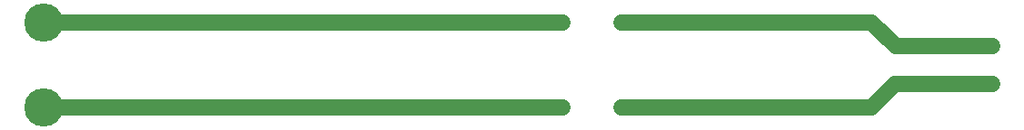
<source format=gbr>
G04 #@! TF.GenerationSoftware,KiCad,Pcbnew,(5.1.6)-1*
G04 #@! TF.CreationDate,2020-10-19T10:56:23-05:00*
G04 #@! TF.ProjectId,tri-slot-feedlines,7472692d-736c-46f7-942d-666565646c69,rev?*
G04 #@! TF.SameCoordinates,Original*
G04 #@! TF.FileFunction,Copper,L2,Bot*
G04 #@! TF.FilePolarity,Positive*
%FSLAX46Y46*%
G04 Gerber Fmt 4.6, Leading zero omitted, Abs format (unit mm)*
G04 Created by KiCad (PCBNEW (5.1.6)-1) date 2020-10-19 10:56:23*
%MOMM*%
%LPD*%
G01*
G04 APERTURE LIST*
G04 #@! TA.AperFunction,ComponentPad*
%ADD10C,3.600000*%
G04 #@! TD*
G04 #@! TA.AperFunction,ViaPad*
%ADD11C,0.800000*%
G04 #@! TD*
G04 #@! TA.AperFunction,Conductor*
%ADD12C,1.500000*%
G04 #@! TD*
G04 APERTURE END LIST*
D10*
X-37350000Y-4000000D03*
X-37350000Y4000000D03*
D11*
X21000000Y-4000000D03*
X25750000Y-4000000D03*
X30750000Y-4000000D03*
X42000000Y-1760010D03*
X46000000Y-1800000D03*
X50000000Y-1760010D03*
X16500000Y-4000000D03*
X39750000Y-4000000D03*
X35500000Y-4000000D03*
X-29000000Y-4000000D03*
X-25000000Y-4000000D03*
X-21000000Y-4000000D03*
X-17000000Y-4000000D03*
X-13000000Y-4000000D03*
X-9000000Y-4000000D03*
X-5000000Y-4000000D03*
X-1000000Y-4000000D03*
X3000000Y-4000000D03*
X7000000Y-4000000D03*
X11000000Y-4000000D03*
X-33000000Y-4000000D03*
X-29000000Y4000000D03*
X-25000000Y4000000D03*
X-21000000Y4000000D03*
X-17000000Y4000000D03*
X-13000000Y4000000D03*
X-9000000Y4000000D03*
X-5000000Y4000000D03*
X-1000000Y4000000D03*
X3000000Y4000000D03*
X7000000Y4000000D03*
X11000000Y4000000D03*
X-33000000Y4000000D03*
X21000000Y4000000D03*
X25750000Y4000000D03*
X30750000Y4000000D03*
X42000000Y1800000D03*
X46000000Y1760010D03*
X50000000Y1760010D03*
X16500000Y4000000D03*
X39800000Y4000000D03*
X35500000Y4000000D03*
D12*
X21000000Y-4000000D02*
X29000000Y-4000000D01*
X21000000Y-4000000D02*
X16500000Y-4000000D01*
X46039990Y-1760010D02*
X51000000Y-1760010D01*
X41989990Y-1760010D02*
X45960010Y-1760010D01*
X39750000Y-4000000D02*
X41989990Y-1760010D01*
X29000000Y-4000000D02*
X37750000Y-4000000D01*
X33500000Y-4000000D02*
X39750000Y-4000000D01*
X11000000Y-4000000D02*
X2750000Y-4000000D01*
X2750000Y-4000000D02*
X-29000000Y-4000000D01*
X-29000000Y-4000000D02*
X-36350000Y-4000000D01*
X11000000Y4000000D02*
X11000000Y4000000D01*
X2750000Y4000000D02*
X-29000000Y4000000D01*
X11000000Y4000000D02*
X2750000Y4000000D01*
X-29000000Y4000000D02*
X-36350000Y4000000D01*
X21000000Y4000000D02*
X29000000Y4000000D01*
X21000000Y4000000D02*
X16500000Y4000000D01*
X42039990Y1760010D02*
X51000000Y1760010D01*
X39800000Y4000000D02*
X41960010Y1839990D01*
X36250000Y4000000D02*
X39800000Y4000000D01*
X36250000Y4000000D02*
X37800000Y4000000D01*
X29000000Y4000000D02*
X36250000Y4000000D01*
M02*

</source>
